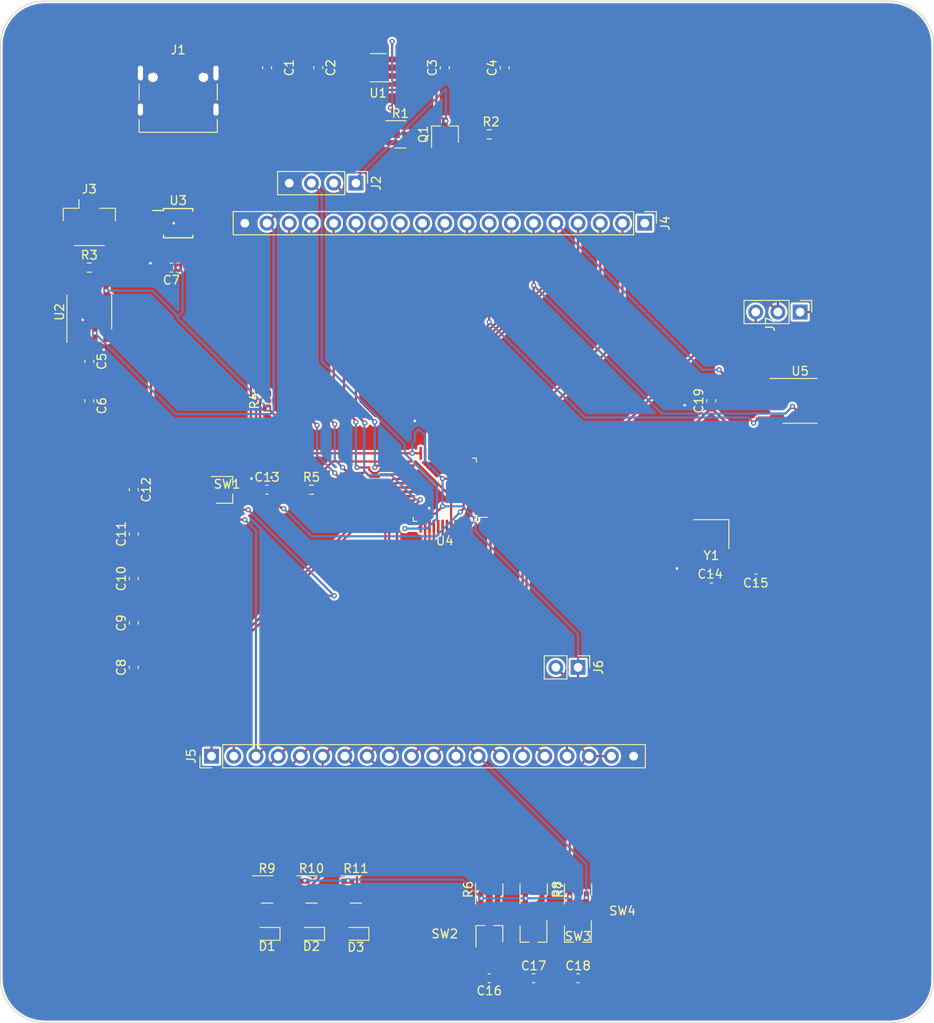
<source format=kicad_pcb>
(kicad_pcb (version 20211014) (generator pcbnew)
  (layers (0 "F.Cu" signal) (31 "B.Cu" signal) (34 "B.Paste" user) (35 "F.Paste" user) (36 "B.SilkS" user "B.Silkscreen") (37 "F.SilkS" user "F.Silkscreen") (38 "B.Mask" user) (39 "F.Mask" user) (44 "Edge.Cuts" user))
  (net 0 "")
  (net 1 "VBUS")
  (net 2 "GND")
  (net 3 "+3V3")
  (net 4 "Net-(C13-Pad1)")
  (net 5 "/STM32_MinimumSystem/OSC_IN")
  (net 6 "/STM32_MinimumSystem/OSC_OUT")
  (net 7 "/STM32_MinimumSystem/PB4")
  (net 8 "/STM32_MinimumSystem/PB8")
  (net 9 "/STM32_MinimumSystem/PB9")
  (net 10 "Net-(D1-Pad2)")
  (net 11 "/STM32_MinimumSystem/PA15")
  (net 12 "Net-(D2-Pad2)")
  (net 13 "/STM32_MinimumSystem/PB3")
  (net 14 "Net-(D3-Pad2)")
  (net 16 "/PORT&POWER/D+")
  (net 17 "/PORT&POWER/D-")
  (net 21 "/PORT&POWER/3v3_Debug")
  (net 22 "/STM32_MinimumSystem/PA13")
  (net 23 "/STM32_MinimumSystem/PA14")
  (net 24 "Net-(J3-Pad1)")
  (net 25 "Net-(J3-Pad2)")
  (net 26 "/STM32_MinimumSystem/PAO")
  (net 27 "/STM32_MinimumSystem/PA1")
  (net 28 "/STM32_MinimumSystem/PA2")
  (net 29 "/STM32_MinimumSystem/PA3")
  (net 30 "/STM32_MinimumSystem/PA4")
  (net 31 "/STM32_MinimumSystem/PA5")
  (net 32 "/STM32_MinimumSystem/PA6")
  (net 33 "/STM32_MinimumSystem/PA7")
  (net 34 "/STM32_MinimumSystem/PB0")
  (net 35 "/STM32_MinimumSystem/PB1")
  (net 36 "/STM32_MinimumSystem/PB2")
  (net 37 "/STM32_MinimumSystem/PB10")
  (net 38 "/STM32_MinimumSystem/PB11")
  (net 39 "/STM32_MinimumSystem/PB12")
  (net 40 "/STM32_MinimumSystem/PB13")
  (net 41 "/STM32_MinimumSystem/PB14")
  (net 42 "/STM32_MinimumSystem/PB15")
  (net 43 "/STM32_MinimumSystem/PA8")
  (net 44 "/STM32_MinimumSystem/PA9")
  (net 45 "/STM32_MinimumSystem/PA10")
  (net 46 "/STM32_MinimumSystem/PA11")
  (net 47 "/STM32_MinimumSystem/PA12")
  (net 48 "/STM32_MinimumSystem/PB5")
  (net 49 "/STM32_MinimumSystem/PB6")
  (net 50 "/STM32_MinimumSystem/PB7")
  (net 51 "/STM32_MinimumSystem/PC13")
  (net 52 "/STM32_MinimumSystem/PC14")
  (net 53 "/STM32_MinimumSystem/PC15")
  (net 54 "/STM32_MinimumSystem/BOOT0")
  (net 55 "Net-(J7-Pad1)")
  (net 56 "/STM32_MinimumSystem/PA0")
  (net 57 "Net-(J7-Pad3)")
  (net 58 "Net-(Q1-Pad2)")
  (net 59 "/STM32_MinimumSystem/BOOTO")
  (footprint "Package_SO:SOIC-8_3.9x4.9mm_P1.27mm" (layer "F.Cu") (at 106.68 55.88 90)
    (fp_text reference "U2")
    (fp_text value "TJA1051T-3")
  )
  (footprint "Capacitor_SMD:C_0603_1608Metric" (layer "F.Cu") (at 111.76 91.44 90)
    (fp_text reference "C9")
    (fp_text value "100n")
  )
  (footprint "Resistor_SMD:R_0603_1608Metric" (layer "F.Cu") (at 106.68 50.8)
    (fp_text reference "R3")
    (fp_text value "120")
  )
  (footprint "Package_TO_SOT_SMD:SOT-23-5_HandSoldering" (layer "F.Cu") (at 139.7 27.94 180)
    (fp_text reference "U1")
    (fp_text value "HX9193")
  )
  (footprint "LED_SMD:LED_0603_1608Metric" (layer "F.Cu") (at 132.08 127 180)
    (fp_text reference "D2")
    (fp_text value "GREEN")
  )
  (footprint "Capacitor_SMD:C_0603_1608Metric" (layer "F.Cu") (at 177.8 86.36 180)
    (fp_text reference "C14")
    (fp_text value "18p")
  )
  (footprint "Capacitor_SMD:C_0603_1608Metric" (layer "F.Cu") (at 147.32 27.94 90)
    (fp_text reference "C3")
    (fp_text value "10u")
  )
  (footprint "Package_TO_SOT_SMD:TSOT-23" (layer "F.Cu") (at 157.48 127 -90)
    (fp_text reference "SW3")
    (fp_text value "SW_Push")
  )
  (footprint "Connector_USB:USB_C_Receptacle_Palconn_UTC16-G" (layer "F.Cu") (at 116.84 30.48)
    (fp_text reference "J1")
    (fp_text value "USB_C_Receptacle_USB2.0")
  )
  (footprint "Resistor_SMD:R_0603_1608Metric" (layer "F.Cu") (at 127 66.04 90)
    (fp_text reference "R4")
    (fp_text value "10k")
  )
  (footprint "Package_TO_SOT_SMD:SOT-23" (layer "F.Cu") (at 132.08 121.92)
    (fp_text reference "R10")
    (fp_text value "1K")
  )
  (footprint "Capacitor_SMD:C_0603_1608Metric" (layer "F.Cu") (at 154.165 27.94 90)
    (fp_text reference "C4")
    (fp_text value "100n")
  )
  (footprint "Package_TO_SOT_SMD:SOT-23" (layer "F.Cu") (at 142.24 35.56)
    (fp_text reference "R1")
    (fp_text value "1K")
  )
  (footprint "Capacitor_SMD:C_0603_1608Metric" (layer "F.Cu") (at 111.76 81.28 90)
    (fp_text reference "C11")
    (fp_text value "100n")
  )
  (footprint "Connector_PinHeader_2.54mm:PinHeader_1x04_P2.54mm_Vertical" (layer "F.Cu") (at 137.16 41.14 -90)
    (fp_text reference "J2")
    (fp_text value "Conn_01x04")
  )
  (footprint "Crystal:Crystal_SMD_3225-4Pin_3.2x2.5mm" (layer "F.Cu") (at 177.8 81.28 180)
    (fp_text reference "Y1")
    (fp_text value "12M")
  )
  (footprint "LED_SMD:LED_0603_1608Metric" (layer "F.Cu") (at 137.16 127 180)
    (fp_text reference "D3")
    (fp_text value "BLUE")
  )
  (footprint "Capacitor_SMD:C_0603_1608Metric" (layer "F.Cu") (at 152.4 132.08 180)
    (fp_text reference "C16")
    (fp_text value "100n")
  )
  (footprint "Package_QFP:LQFP-48_7x7mm_P0.5mm" (layer "F.Cu") (at 147.32 76.2 180)
    (fp_text reference "U4")
    (fp_text value "STM32F103C8Tx")
  )
  (footprint "Capacitor_SMD:C_0603_1608Metric" (layer "F.Cu") (at 157.48 132.08)
    (fp_text reference "C17")
    (fp_text value "100n")
  )
  (footprint "Capacitor_SMD:C_0603_1608Metric" (layer "F.Cu") (at 127 76.2)
    (fp_text reference "C13")
    (fp_text value "100n")
  )
  (footprint "Capacitor_SMD:C_0603_1608Metric" (layer "F.Cu") (at 132.855 27.94 -90)
    (fp_text reference "C2")
    (fp_text value "100n")
  )
  (footprint "Capacitor_SMD:C_0603_1608Metric" (layer "F.Cu") (at 111.76 96.52 90)
    (fp_text reference "C8")
    (fp_text value "100n")
  )
  (footprint "Capacitor_SMD:C_0603_1608Metric" (layer "F.Cu") (at 106.68 61.52232 -90)
    (fp_text reference "C5")
    (fp_text value "100n")
  )
  (footprint "Package_TO_SOT_SMD:TSOT-23" (layer "F.Cu") (at 147.32 35.56 90)
    (fp_text reference "Q1")
    (fp_text value "Q_PMOS_DGS")
  )
  (footprint "Connector_PinHeader_2.54mm:PinHeader_1x02_P2.54mm_Vertical" (layer "F.Cu") (at 162.56 96.52 -90)
    (fp_text reference "J6")
    (fp_text value "Conn_01x02")
  )
  (footprint "Package_TO_SOT_SMD:TSOT-23" (layer "F.Cu") (at 162.56 127 -90)
    (fp_text reference "SW4")
    (fp_text value "SW_Push")
  )
  (footprint "Package_TO_SOT_SMD:TSOT-23" (layer "F.Cu") (at 122.134 76.2)
    (fp_text reference "SW1")
    (fp_text value "SW_Push")
  )
  (footprint "Package_TO_SOT_SMD:TSOT-23" (layer "F.Cu") (at 152.4 127 90)
    (fp_text reference "SW2")
    (fp_text value "SW_Push")
  )
  (footprint "Capacitor_SMD:C_0603_1608Metric" (layer "F.Cu") (at 111.76 76.2 -90)
    (fp_text reference "C12")
    (fp_text value "100n")
  )
  (footprint "Package_SO:MSOP-10_3x3mm_P0.5mm" (layer "F.Cu") (at 116.84 45.72)
    (fp_text reference "U3")
    (fp_text value "CH340E")
  )
  (footprint "Connector_JST:JST_GH_SM02B-GHS-TB_1x02-1MP_P1.25mm_Horizontal" (layer "F.Cu") (at 106.68 45.72)
    (fp_text reference "J3")
    (fp_text value "Conn_01x02")
  )
  (footprint "Connector_PinHeader_2.54mm:PinHeader_1x03_P2.54mm_Vertical" (layer "F.Cu") (at 187.945 55.88 -90)
    (fp_text reference "J7")
    (fp_text value "Conn_01x03")
  )
  (footprint "Connector_PinHeader_2.54mm:PinHeader_1x20_P2.54mm_Vertical" (layer "F.Cu") (at 120.655 106.68 90)
    (fp_text reference "J5")
    (fp_text value "Conn_01x20")
  )
  (footprint "Capacitor_SMD:C_0603_1608Metric" (layer "F.Cu") (at 111.76 86.36 90)
    (fp_text reference "C10")
    (fp_text value "100n")
  )
  (footprint "Package_TO_SOT_SMD:SOT-23" (layer "F.Cu") (at 157.48 121.92 90)
    (fp_text reference "R7")
    (fp_text value "1K")
  )
  (footprint "Capacitor_SMD:C_0603_1608Metric" (layer "F.Cu") (at 127 27.94 -90)
    (fp_text reference "C1")
    (fp_text value "10u")
  )
  (footprint "Package_SO:SOP-8_3.9x4.9mm_P1.27mm" (layer "F.Cu") (at 187.945 66.04)
    (fp_text reference "U5")
    (fp_text value "AD8400ARZ50")
  )
  (footprint "Package_TO_SOT_SMD:SOT-23" (layer "F.Cu") (at 152.4 121.92 90)
    (fp_text reference "R6")
    (fp_text value "1K")
  )
  (footprint "Capacitor_SMD:C_0603_1608Metric" (layer "F.Cu") (at 162.56 132.08)
    (fp_text reference "C18")
    (fp_text value "100n")
  )
  (footprint "Capacitor_SMD:C_0603_1608Metric" (layer "F.Cu") (at 182.88 86.36)
    (fp_text reference "C15")
    (fp_text value "18p")
  )
  (footprint "Capacitor_SMD:C_0603_1608Metric" (layer "F.Cu") (at 177.785 66.04 90)
    (fp_text reference "C19")
    (fp_text value "100n")
  )
  (footprint "Resistor_SMD:R_0603_1608Metric" (layer "F.Cu") (at 132.08 76.2)
    (fp_text reference "R5")
    (fp_text value "10k")
  )
  (footprint "Capacitor_SMD:C_0603_1608Metric" (layer "F.Cu") (at 106.68 66.04 -90)
    (fp_text reference "C6")
    (fp_text value "100n")
  )
  (footprint "Capacitor_SMD:C_0603_1608Metric" (layer "F.Cu") (at 116.065 50.8 180)
    (fp_text reference "C7")
    (fp_text value "100n")
  )
  (footprint "Package_TO_SOT_SMD:SOT-23" (layer "F.Cu") (at 127 121.92)
    (fp_text reference "R9")
    (fp_text value "1K")
  )
  (footprint "Resistor_SMD:R_0603_1608Metric" (layer "F.Cu") (at 152.4 35.56)
    (fp_text reference "R2")
    (fp_text value "10K")
  )
  (footprint "Package_TO_SOT_SMD:SOT-23" (layer "F.Cu") (at 162.56 121.92 90)
    (fp_text reference "R8")
    (fp_text value "1K")
  )
  (footprint "Package_TO_SOT_SMD:SOT-23" (layer "F.Cu") (at 137.16 121.92)
    (fp_text reference "R11")
    (fp_text value "1K")
  )
  (footprint "LED_SMD:LED_0603_1608Metric" (layer "F.Cu") (at 127 127 180)
    (fp_text reference "D1")
    (fp_text value "RED")
  )
  (footprint "Connector_PinHeader_2.54mm:PinHeader_1x19_P2.54mm_Vertical" (layer "F.Cu") (at 170.18 45.72 -90)
    (fp_text reference "J4")
    (fp_text value "Conn_01x19")
  )
  (gr_arc (start 101.6 137.16) (mid 98.007898 135.672102) (end 96.52 132.08) (layer "Edge.Cuts") (width 0.1))
  (gr_line (start 203.2 25.4) (end 203.2 132.08) (layer "Edge.Cuts") (width 0.1))
  (gr_line (start 101.6 20.32) (end 198.12 20.32) (layer "Edge.Cuts") (width 0.1))
  (gr_arc (start 96.52 25.4) (mid 98.007898 21.807898) (end 101.6 20.32) (layer "Edge.Cuts") (width 0.1))
  (gr_arc (start 198.12 20.32) (mid 201.712102 21.807898) (end 203.2 25.4) (layer "Edge.Cuts") (width 0.1))
  (gr_arc (start 203.2 132.08) (mid 201.8437 135.623865) (end 198.374 137.16) (layer "Edge.Cuts") (width 0.1))
  (gr_line (start 198.374 137.16) (end 101.6 137.16) (layer "Edge.Cuts") (width 0.1))
  (gr_line (start 96.52 132.08) (end 96.52 25.4) (layer "Edge.Cuts") (width 0.1))
  (segment (start 114.44 27.14) (end 114.44 27.97) (width 0.25) (layer "F.Cu") (net 1))
  (segment (start 119.24 27.14) (end 117.5 25.4) (width 0.25) (layer "F.Cu") (net 1))
  (segment (start 107.315 60.325) (end 106.68 60.96) (width 0.25) (layer "F.Cu") (net 1))
  (segment (start 107.315 58.293) (end 107.315 57.978249) (width 0.25) (layer "F.Cu") (net 1))
  (segment (start 107.315 58.355) (end 107.315 60.325) (width 0.25) (layer "F.Cu") (net 1))
  (segment (start 107.315 58.355) (end 107.315 58.293) (width 0.25) (layer "F.Cu") (net 1))
  (segment (start 119.24 27.97) (end 119.24 27.14) (width 0.25) (layer "F.Cu") (net 1))
  (segment (start 139.37 27.64) (end 140.02 26.99) (width 0.25) (layer "F.Cu") (net 1))
  (segment (start 127 45.72) (end 130.715 42.005) (width 0.25) (layer "F.Cu") (net 1))
  (segment (start 116.18 25.4) (end 114.44 27.14) (width 0.25) (layer "F.Cu") (net 1))
  (segment (start 139.945 27.065) (end 139.945 28.59) (width 0.25) (layer "F.Cu") (net 1))
  (segment (start 119.315 27.065) (end 119.24 27.14) (width 0.25) (layer "F.Cu") (net 1))
  (segment (start 136.948299 34.61) (end 141.3025 34.61) (width 0.25) (layer "F.Cu") (net 1))
  (segment (start 106.68 60.96) (end 106.68 60.74732) (width 0.25) (layer "F.Cu") (net 1))
  (segment (start 133.33 27.64) (end 139.37 27.64) (width 0.25) (layer "F.Cu") (net 1))
  (segment (start 140.245 28.89) (end 141.05 28.89) (width 0.25) (layer "F.Cu") (net 1))
  (segment (start 141.3025 26.7375) (end 141.05 26.99) (width 0.25) (layer "F.Cu") (net 1))
  (segment (start 117.5 25.4) (end 116.18 25.4) (width 0.25) (layer "F.Cu") (net 1))
  (segment (start 139.945 28.59) (end 140.245 28.89) (width 0.25) (layer "F.Cu") (net 1))
  (segment (start 130.715 42.005) (end 130.715 40.843299) (width 0.25) (layer "F.Cu") (net 1))
  (segment (start 140.02 26.99) (end 141.05 26.99) (width 0.25) (layer "F.Cu") (net 1))
  (segment (start 141.3025 24.9405) (end 141.3025 26.7375) (width 0.25) (layer "F.Cu") (net 1))
  (segment (start 126.9 27.065) (end 119.315 27.065) (width 0.25) (layer "F.Cu") (net 1))
  (segment (start 127 27.165) (end 132.855 27.165) (width 0.25) (layer "F.Cu") (net 1))
  (segment (start 127 27.165) (end 126.9 27.065) (width 0.25) (layer "F.Cu") (net 1))
  (segment (start 140.02 26.99) (end 139.945 27.065) (width 0.25) (layer "F.Cu") (net 1))
  (segment (start 141.3025 32.7175) (end 141.3025 34.61) (width 0.25) (layer "F.Cu") (net 1))
  (segment (start 141.097 32.512) (end 141.3025 32.7175) (width 0.25) (layer "F.Cu") (net 1))
  (segment (start 130.715 40.843299) (end 136.948299 34.61) (width 0.25) (layer "F.Cu") (net 1))
  (segment (start 132.855 27.165) (end 133.33 27.64) (width 0.25) (layer "F.Cu") (net 1))
  (via (at 107.315 58.293) (size 0.6) (drill 0.3) (layers "F.Cu" "B.Cu") (net 1))
  (via (at 141.097 32.512) (size 0.6) (drill 0.3) (layers "F.Cu" "B.Cu") (net 1))
  (via (at 141.3025 24.9405) (size 0.6) (drill 0.3) (layers "F.Cu" "B.Cu") (net 1))
  (segment (start 127.752 46.472) (end 127 45.72) (width 0.25) (layer "B.Cu") (net 1))
  (segment (start 127.752 67.187884) (end 127.752 46.472) (width 0.25) (layer "B.Cu") (net 1))
  (segment (start 141.097 32.512) (end 141.3025 32.3065) (width 0.25) (layer "B.Cu") (net 1))
  (segment (start 127.385884 67.554) (end 127.752 67.187884) (width 0.25) (layer "B.Cu") (net 1))
  (segment (start 107.315 58.293) (end 116.576 67.554) (width 0.25) (layer "B.Cu") (net 1))
  (segment (start 116.576 67.554) (end 127.385884 67.554) (width 0.25) (layer "B.Cu") (net 1))
  (segment (start 141.3025 32.3065) (end 141.3025 24.9405) (width 0.25) (layer "B.Cu") (net 1))
  (segment (start 126.835 28.55) (end 127 28.715) (width 0.25) (layer "F.Cu") (net 2))
  (segment (start 143.1575 78.45) (end 145.4175 78.45) (width 0.25) (layer "F.Cu") (net 2))
  (segment (start 145.4175 78.45) (end 145.542 78.3255) (width 0.25) (layer "F.Cu") (net 2))
  (segment (start 114.64 45.72) (end 116.332 45.72) (width 0.25) (layer "F.Cu") (net 2))
  (via (at 174.752 66.548) (size 0.6) (drill 0.3) (layers "F.Cu" "B.Cu") (net 2))
  (via (at 113.665 50.292) (size 0.6) (drill 0.3) (layers "F.Cu" "B.Cu") (net 2))
  (via (at 125.222 74.93) (size 0.6) (drill 0.3) (layers "F.Cu" "B.Cu") (net 2))
  (via (at 105.918 56.769) (size 0.6) (drill 0.3) (layers "F.Cu" "B.Cu") (net 2))
  (via (at 116.332 45.72) (size 0.6) (drill 0.3) (layers "F.Cu" "B.Cu") (net 2))
  (via (at 108.331 60.198) (size 0.6) (drill 0.3) (layers "F.Cu" "B.Cu") (net 2))
  (via (at 173.863 85.217) (size 0.6) (drill 0.3) (layers "F.Cu" "B.Cu") (net 2))
  (via (at 127.508 74.803) (size 0.6) (drill 0.3) (layers "F.Cu" "B.Cu") (net 2))
  (via (at 145.542 78.3255) (size 0.6) (drill 0.3) (layers "F.Cu" "B.Cu") (net 2))
  (via (at 143.891 68.326) (size 0.6) (drill 0.3) (layers "F.Cu" "B.Cu") (net 2))
  (segment (start 112.255 97.79) (end 111.76 97.295) (width 0.25) (layer "F.Cu") (net 3))
  (segment (start 113.157 84.328) (end 113.157 87.503) (width 0.25) (layer "F.Cu") (net 3))
  (segment (start 144.57 72.0375) (end 143.6085 72.0375) (width 0.25) (layer "F.Cu") (net 3))
  (segment (start 112.382 82.055) (end 111.76 82.055) (width 0.25) (layer "F.Cu") (net 3))
  (segment (start 150.07 80.3625) (end 150.83975 79.59275) (width 0.25) (layer "F.Cu") (net 3))
  (segment (start 113.157 88.532) (end 113.157 92.837) (width 0.25) (layer "F.Cu") (net 3))
  (segment (start 139.94 30.48) (end 138.35 28.89) (width 0.25) (layer "F.Cu") (net 3))
  (segment (start 162.56 105.405) (end 162.56 96.52) (width 0.25) (layer "F.Cu") (net 3))
  (segment (start 111.76 87.135) (end 113.157 88.532) (width 0.25) (layer "F.Cu") (net 3))
  (segment (start 118.04 44.72) (end 118.015 44.745) (width 0.25) (layer "F.Cu") (net 3))
  (segment (start 111.76 75.425) (end 113.157 76.822) (width 0.25) (layer "F.Cu") (net 3))
  (segment (start 119.04 43.52) (end 119.04 44.72) (width 0.25) (layer "F.Cu") (net 3))
  (segment (start 118.015 44.745) (end 118.015 46.195) (width 0.25) (layer "F.Cu") (net 3))
  (segment (start 113.157 81.28) (end 112.382 82.055) (width 0.25) (layer "F.Cu") (net 3))
  (segment (start 166.375 106.68) (end 163.835 106.68) (width 0.25) (layer "F.Cu") (net 3))
  (segment (start 118.015 46.195) (end 118.04 46.22) (width 0.25) (layer "F.Cu") (net 3))
  (segment (start 190.796751 66.675) (end 190.57 66.675) (width 0.25) (layer "F.Cu") (net 3))
  (segment (start 127 35.56) (end 119.04 43.52) (width 0.25) (layer "F.Cu") (net 3))
  (segment (start 111.76 82.931) (end 113.157 84.328) (width 0.25) (layer "F.Cu") (net 3))
  (segment (start 135.9885 72.0375) (end 132.2355 72.0375) (width 0.25) (layer "F.Cu") (net 3))
  (segment (start 106.69 57.333249) (end 108.143249 55.88) (width 0.25) (layer "F.Cu") (net 3))
  (segment (start 180.693 69.723) (end 192.517 69.723) (width 0.25) (layer "F.Cu") (net 3))
  (segment (start 154.165 28.715) (end 147.32 28.715) (width 0.25) (layer "F.Cu") (net 3))
  (segment (start 119.04 44.72) (end 118.04 44.72) (width 0.25) (layer "F.Cu") (net 3))
  (segment (start 113.157 92.837) (end 112.382 92.837) (width 0.25) (layer "F.Cu") (net 3))
  (segment (start 138.35 28.89) (end 131.68 35.56) (width 0.25) (layer "F.Cu") (net 3))
  (segment (start 112.382 92.837) (end 111.76 92.215) (width 0.25) (layer "F.Cu") (net 3))
  (segment (start 141.8305 72.0375) (end 135.9885 72.0375) (width 0.25) (layer "F.Cu") (net 3))
  (segment (start 111.76 92.215) (end 111.76 93.853) (width 0.25) (layer "F.Cu") (net 3))
  (segment (start 146.37 29.665) (end 146.37 36.87) (width 0.25) (layer "F.Cu") (net 3))
  (segment (start 118.04 46.22) (end 119.04 46.22) (width 0.25) (layer "F.Cu") (net 3))
  (segment (start 163.835 106.68) (end 162.56 105.405) (width 0.25) (layer "F.Cu") (net 3))
  (segment (start 105.88 64.465) (end 105.88 60.294503) (width 0.25) (layer "F.Cu") (net 3))
  (segment (start 111.06 55.88) (end 108.616 53.436) (width 0.25) (layer "F.Cu") (net 3))
  (segment (start 126.0625 120.97) (end 131.1425 120.97) (width 0.25) (layer "F.Cu") (net 3))
  (segment (start 106.69 59.484503) (end 106.69 57.333249) (width 0.25) (layer "F.Cu") (net 3))
  (segment (start 142.24 30.48) (end 139.94 30.48) (width 0.25) (layer "F.Cu") (net 3))
  (segment (start 111.76 93.853) (end 113.284 95.377) (width 0.25) (layer "F.Cu") (net 3))
  (segment (start 147.086 74.95) (end 147.066 74.93) (width 0.25) (layer "F.Cu") (net 3))
  (segment (start 106.68 65.265) (end 111.76 70.345) (width 0.25) (layer "F.Cu") (net 3))
  (segment (start 108.143249 55.88) (end 111.06 55.88) (width 0.25) (layer "F.Cu") (net 3))
  (segment (start 143.355 29.365) (end 142.24 30.48) (width 0.25) (layer "F.Cu") (net 3))
  (segment (start 146.67 29.365) (end 143.355 29.365) (width 0.25) (layer "F.Cu") (net 3))
  (segment (start 113.284 95.377) (end 113.284 97.79) (width 0.25) (layer "F.Cu") (net 3))
  (segment (start 146.221 78.95) (end 143.1575 78.95) (width 0.25) (layer "F.Cu") (net 3))
  (segment (start 120.04 46.22) (end 120.065 46.245) (width 0.25) (layer "F.Cu") (net 3))
  (segment (start 113.157 87.503) (end 112.128 87.503) (width 0.25) (layer "F.Cu") (net 3))
  (segment (start 120.065 46.245) (end 120.065 47.575) (width 0.25) (layer "F.Cu") (net 3))
  (segment (start 119.04 46.22) (end 120.04 46.22) (width 0.25) (layer "F.Cu") (net 3))
  (segment (start 147.32 28.715) (end 146.67 29.365) (width 0.25) (layer "F.Cu") (net 3))
  (segment (start 111.76 70.345) (end 111.76 75.425) (width 0.25) (layer "F.Cu") (net 3))
  (segment (start 131.68 35.56) (end 127 35.56) (width 0.25) (layer "F.Cu") (net 3))
  (segment (start 150.83975 79.59275) (end 151.4825 78.95) (width 0.25) (layer "F.Cu") (net 3))
  (segment (start 177.785 66.815) (end 180.693 69.723) (width 0.25) (layer "F.Cu") (net 3))
  (segment (start 161.61 108.905) (end 163.835 106.68) (width 0.25) (layer "F.Cu") (net 3))
  (segment (start 108.616 53.436) (end 108.585 53.405) (width 0.25) (layer "F.Cu") (net 3))
  (segment (start 192.517 68.395249) (end 190.796751 66.675) (width 0.25) (layer "F.Cu") (net 3))
  (segment (start 151.4825 74.95) (end 147.086 74.95) (width 0.25) (layer "F.Cu") (net 3))
  (segment (start 105.88 60.294503) (end 106.69 59.484503) (width 0.25) (layer "F.Cu") (net 3))
  (segment (start 143.6085 72.0375) (end 141.8305 72.0375) (width 0.25) (layer "F.Cu") (net 3))
  (segment (start 161.61 122.743) (end 161.61 108.905) (width 0.25) (layer "F.Cu") (net 3))
  (segment (start 161.61 122.8575) (end 161.61 122.743) (width 0.25) (layer "F.Cu") (net 3))
  (segment (start 169.65 74.95) (end 151.4825 74.95) (width 0.25) (layer "F.Cu") (net 3))
  (segment (start 106.68 65.265) (end 105.88 64.465) (width 0.25) (layer "F.Cu") (net 3))
  (segment (start 132.2355 72.0375) (end 127.127 66.929) (width 0.25) (layer "F.Cu") (net 3))
  (segment (start 147.32 28.715) (end 146.37 29.665) (width 0.25) (layer "F.Cu") (net 3))
  (segment (start 111.76 82.055) (end 111.76 82.931) (width 0.25) (layer "F.Cu") (net 3))
  (segment (start 120.065 47.575) (end 116.84 50.8) (width 0.25) (layer "F.Cu") (net 3))
  (segment (start 113.157 76.822) (end 113.157 81.28) (width 0.25) (layer "F.Cu") (net 3))
  (segment (start 147.066 78.105) (end 146.221 78.95) (width 0.25) (layer "F.Cu") (net 3))
  (segment (start 177.785 66.815) (end 169.65 74.95) (width 0.25) (layer "F.Cu") (net 3))
  (segment (start 113.284 97.79) (end 112.255 97.79) (width 0.25) (layer "F.Cu") (net 3))
  (segment (start 112.128 87.503) (end 111.76 87.135) (width 0.25) (layer "F.Cu") (net 3))
  (segment (start 192.517 69.723) (end 192.517 68.395249) (width 0.25) (layer "F.Cu") (net 3))
  (via (at 151.511 122.936) (size 0.6) (drill 0.3) (layers "F.Cu" "B.Cu") (net 3))
  (via (at 116.84 50.8) (size 0.6) (drill 0.3) (layers "F.Cu" "B.Cu") (net 3))
  (via (at 156.591 122.936) (size 0.6) (drill 0.3) (layers "F.Cu" "B.Cu") (net 3))
  (via (at 136.271 120.904) (size 0.6) (drill 0.3) (layers "F.Cu" "B.Cu") (net 3))
  (via (at 147.066 74.93) (size 0.6) (drill 0.3) (layers "F.Cu" "B.Cu") (net 3))
  (via (at 108.616 53.436) (size 0.6) (drill 0.3) (layers "F.Cu" "B.Cu") (net 3))
  (via (at 147.066 78.105) (size 0.6) (drill 0.3) (layers "F.Cu" "B.Cu") (net 3))
  (via (at 131.318 120.904) (size 0.6) (drill 0.3) (layers "F.Cu" "B.Cu") (net 3))
  (via (at 150.83975 79.59275) (size 0.6) (drill 0.3) (layers "F.Cu" "B.Cu") (net 3))
  (via (at 127.127 66.929) (size 0.6) (drill 0.3) (layers "F.Cu" "B.Cu") (net 3))
  (via (at 161.61 122.743) (size 0.6) (drill 0.3) (layers "F.Cu" "B.Cu") (net 3))
  (via (at 143.6085 72.0375) (size 0.6) (drill 0.3) (layers "F.Cu" "B.Cu") (net 3))
  (segment (start 162.56 96.52) (end 162.56 92.71) (width 0.25) (layer "B.Cu") (net 3))
  (segment (start 113.898 53.436) (end 116.713 56.251) (width 0.25) (layer "B.Cu") (net 3))
  (segment (start 151.511 122.936) (end 149.352 120.777) (width 0.25) (layer "B.Cu") (net 3))
  (segment (start 145.034 72.898) (end 147.066 74.93) (width 0.25) (layer "B.Cu") (net 3))
  (segment (start 149.352 78.105) (end 147.066 78.105) (width 0.25) (layer "B.Cu") (net 3))
  (segment (start 144.018 69.596) (end 144.272 69.342) (width 0.25) (layer "B.Cu") (net 3))
  (segment (start 136.398 120.777) (end 136.271 120.904) (width 0.25) (layer "B.Cu") (net 3))
  (segment (start 162.56 92.71) (end 150.83975 80.98975) (width 0.25) (layer "B.Cu") (net 3))
  (segment (start 117.338 51.298) (end 117.338 55.884884) (width 0.25) (layer "B.Cu") (net 3))
  (segment (start 143.891 70.612) (end 143.891 69.723) (width 0.25) (layer "B.Cu") (net 3))
  (segment (start 144.399 69.342) (end 145.034 69.977) (width 0.25) (layer "B.Cu") (net 3))
  (segment (start 108.616 53.436) (end 113.898 53.436) (width 0.25) (layer "B.Cu") (net 3))
  (segment (start 144.272 69.342) (end 144.399 69.342) (width 0.25) (layer "B.Cu") (net 3))
  (segment (start 143.891 69.723) (end 144.018 69.596) (width 0.25) (layer "B.Cu") (net 3))
  (segment (start 136.271 120.904) (end 131.318 120.904) (width 0.25) (layer "B.Cu") (net 3))
  (segment (start 150.83975 80.98975) (end 150.83975 79.59275) (width 0.25) (layer "B.Cu") (net 3))
  (segment (start 151.511 122.936) (end 156.591 122.936) (width 0.25) (layer "B.Cu") (net 3))
  (segment (start 116.971884 56.251) (end 116.713 56.251) (width 0.25) (layer "B.Cu") (net 3))
  (segment (start 161.61 122.743) (end 161.417 122.936) (width 0.25) (layer "B.Cu") (net 3))
  (segment (start 117.338 55.884884) (end 116.971884 56.251) (width 0.25) (layer "B.Cu") (net 3))
  (segment (start 116.84 50.8) (end 117.338 51.298) (width 0.25) (layer "B.Cu") (net 3))
  (segment (start 145.034 69.977) (end 145.034 72.898) (width 0.25) (layer "B.Cu") (net 3))
  (segment (start 127.127 66.929) (end 116.713 56.515) (width 0.25) (layer "B.Cu") (net 3))
  (segment (start 143.891 70.612) (end 143.6085 70.8945) (width 0.25) (layer "B.Cu") (net 3))
  (segment (start 149.352 120.777) (end 136.398 120.777) (width 0.25) (layer "B.Cu") (net 3))
  (segment (start 143.6085 70.8945) (end 143.6085 72.0375) (width 0.25) (layer "B.Cu") (net 3))
  (segment (start 161.417 122.936) (end 156.591 122.936) (width 0.25) (layer "B.Cu") (net 3))
  (segment (start 116.713 56.515) (end 116.713 56.251) (width 0.25) (layer "B.Cu") (net 3))
  (segment (start 147.066 78.105) (end 147.066 74.93) (width 0.25) (layer "B.Cu") (net 3))
  (segment (start 150.83975 79.59275) (end 149.352 78.105) (width 0.25) (layer "B.Cu") (net 3))
  (segment (start 128.905 78.359) (end 128.681183 78.359) (width 0.25) (layer "F.Cu") (net 4))
  (segment (start 125.275 77.15) (end 126.225 76.2) (width 0.25) (layer "F.Cu") (net 4))
  (segment (start 126.522183 76.2) (end 126.225 76.2) (width 0.25) (layer "F.Cu") (net 4))
  (segment (start 126.2 66.015) (end 127 65.215) (width 0.25) (layer "F.Cu") (net 4))
  (segment (start 126.2 76.175) (end 126.2 66.015) (width 0.25) (layer "F.Cu") (net 4))
  (segment (start 128.681183 78.359) (end 126.522183 76.2) (width 0.25) (layer "F.Cu") (net 4))
  (segment (start 149.479 78.359) (end 149.479 75.946) (width 0.25) (layer "F.Cu") (net 4))
  (segment (start 149.479 75.946) (end 151.4785 75.946) (width 0.25) (layer "F.Cu") (net 4))
  (segment (start 126.225 76.2) (end 126.2 76.175) (width 0.25) (layer "F.Cu") (net 4))
  (segment (start 120.61 77.15) (end 125.275 77.15) (width 0.25) (layer "F.Cu") (net 4))
  (segment (start 149.479 78.359) (end 149.098 78.74) (width 0.25) (layer "F.Cu") (net 4))
  (segment (start 151.4785 75.946) (end 151.4825 75.95) (width 0.25) (layer "F.Cu") (net 4))
  (via (at 149.098 78.74) (size 0.6) (drill 0.3) (layers "F.Cu" "B.Cu") (net 4))
  (via (at 128.905 78.359) (size 0.6) (drill 0.3) (layers "F.Cu" "B.Cu") (net 4))
  (segment (start 132.07 81.524) (end 128.905 78.359) (width 0.25) (layer "B.Cu") (net 4))
  (segment (start 149.098 78.74) (end 146.304 81.534) (width 0.25) (layer "B.Cu") (net 4))
  (segment (start 146.304 81.534) (end 132.08 81.534) (width 0.25) (layer "B.Cu") (net 4))
  (segment (start 176.7 82.13) (end 158.080188 82.13) (width 0.25) (layer "F.Cu") (net 5))
  (segment (start 177.025 86.36) (end 176.7 86.035) (width 0.25) (layer "F.Cu") (net 5))
  (segment (start 151.4945 76.962) (end 151.4825 76.95) (width 0.25) (layer "F.Cu") (net 5))
  (segment (start 152.4 76.962) (end 151.4945 76.962) (width 0.25) (layer "F.Cu") (net 5))
  (segment (start 152.4 77) (end 152.438 77) (width 0.25) (layer "F.Cu") (net 5))
  (segment (start 152.4 76.962) (end 152.438 77) (width 0.25) (layer "F.Cu") (net 5))
  (segment (start 152.950188 77) (end 152.577396 77) (width 0.25) (layer "F.Cu") (net 5))
  (segment (start 158.080188 82.13) (end 152.950188 77) (width 0.25) (layer "F.Cu") (net 5))
  (segment (start 176.7 86.035) (end 176.7 82.13) (width 0.25) (layer "F.Cu") (net 5))
  (segment (start 179 80.43) (end 178.9 80.43) (width 0.25) (layer "F.Cu") (net 6))
  (segment (start 182.105 86.36) (end 182.105 83.535) (width 0.25) (layer "F.Cu") (net 6))
  (segment (start 174.92 76.45) (end 178.9 80.43) (width 0.25) (layer "F.Cu") (net 6))
  (segment (start 182.105 83.535) (end 179 80.43) (width 0.25) (layer "F.Cu") (net 6))
  (segment (start 151.4825 76.45) (end 174.92 76.45) (width 0.25) (layer "F.Cu") (net 6))
  (segment (start 153.67 122.5375) (end 153.35 122.8575) (width 0.25) (layer "F.Cu") (net 7))
  (segment (start 146.07 99.045) (end 138.435 106.68) (width 0.25) (layer "F.Cu") (net 7))
  (segment (start 138.435 106.68) (end 149.865 118.11) (width 0.25) (layer "F.Cu") (net 7))
  (segment (start 153.35 128.31) (end 153.35 131.905) (width 0.25) (layer "F.Cu") (net 7))
  (segment (start 149.865 118.11) (end 153.543 118.11) (width 0.25) (layer "F.Cu") (net 7))
  (segment (start 153.35 131.905) (end 153.175 132.08) (width 0.25) (layer "F.Cu") (net 7))
  (segment (start 153.543 118.11) (end 153.67 118.237) (width 0.25) (layer "F.Cu") (net 7))
  (segment (start 153.67 118.237) (end 153.67 122.5375) (width 0.25) (layer "F.Cu") (net 7))
  (segment (start 146.07 80.3625) (end 146.07 99.045) (width 0.25) (layer "F.Cu") (net 7))
  (segment (start 153.35 128.31) (end 153.35 122.8575) (width 0.25) (layer "F.Cu") (net 7))
  (segment (start 158.43 116.515) (end 148.595 106.68) (width 0.25) (layer "F.Cu") (net 8))
  (segment (start 156.53 125.69) (end 156.53 131.905) (width 0.25) (layer "F.Cu") (net 8))
  (segment (start 158.43 122.8575) (end 158.43 116.515) (width 0.25) (layer "F.Cu") (net 8))
  (segment (start 158.43 122.8575) (end 156.53 124.7575) (width 0.25) (layer "F.Cu") (net 8))
  (segment (start 148.57 80.3625) (end 148.595 80.3875) (width 0.25) (layer "F.Cu") (net 8))
  (segment (start 156.53 124.7575) (end 156.53 125.69) (width 0.25) (layer "F.Cu") (net 8))
  (segment (start 148.595 80.3875) (end 148.595 106.68) (width 0.25) (layer "F.Cu") (net 8))
  (segment (start 156.53 131.905) (end 156.705 132.08) (width 0.25) (layer "F.Cu") (net 8))
  (segment (start 161.785 132.22) (end 161.61 132.395) (width 0.25) (layer "F.Cu") (net 9))
  (segment (start 161.61 125.69) (end 161.61 132.395) (width 0.25) (layer "F.Cu") (net 9))
  (segment (start 161.785 132.08) (end 161.785 132.22) (width 0.25) (layer "F.Cu") (net 9))
  (segment (start 163.51 122.8575) (end 161.61 124.7575) (width 0.25) (layer "F.Cu") (net 9))
  (segment (start 161.61 124.7575) (end 161.61 125.69) (width 0.25) (layer "F.Cu") (net 9))
  (segment (start 149.07 104.615) (end 151.135 106.68) (width 0.25) (layer "F.Cu") (net 9))
  (segment (start 149.07 80.3625) (end 149.07 104.615) (width 0.25) (layer "F.Cu") (net 9))
  (via (at 163.51 122.8575) (size 0.6) (drill 0.3) (layers "F.Cu" "B.Cu") (net 9))
  (segment (start 163.51 122.8575) (end 163.51 119.055) (width 0.25) (layer "B.Cu") (net 9))
  (segment (start 163.51 119.055) (end 151.135 106.68) (width 0.25) (layer "B.Cu") (net 9))
  (segment (start 126.0625 126.85) (end 126.2125 127) (width 0.25) (layer "F.Cu") (net 10))
  (segment (start 126.0625 122.87) (end 126.0625 126.85) (width 0.25) (layer "F.Cu") (net 10))
  (segment (start 133.355 120.173249) (end 133.355 106.68) (width 0.25) (layer "F.Cu") (net 11))
  (segment (start 145.07 94.965) (end 133.355 106.68) (width 0.25) (layer "F.Cu") (net 11))
  (segment (start 131.955 121.573249) (end 133.355 120.173249) (width 0.25) (layer "F.Cu") (net 11))
  (segment (start 132.8675 127) (end 132.8675 123.179251) (width 0.25) (layer "F.Cu") (net 11))
  (segment (start 145.07 80.3625) (end 145.07 94.965) (width 0.25) (layer "F.Cu") (net 11))
  (segment (start 132.8675 123.179251) (end 131.955 122.266751) (width 0.25) (layer "F.Cu") (net 11))
  (segment (start 131.955 122.266751) (end 131.955 121.573249) (width 0.25) (layer "F.Cu") (net 11))
  (segment (start 131.1425 122.87) (end 131.1425 126.85) (width 0.25) (layer "F.Cu") (net 12))
  (segment (start 131.1425 126.85) (end 131.2925 127) (width 0.25) (layer "F.Cu") (net 12))
  (segment (start 137.9475 123.179251) (end 137.033 122.264751) (width 0.25) (layer "F.Cu") (net 13))
  (segment (start 137.033 122.264751) (end 137.033 121.568751) (width 0.25) (layer "F.Cu") (net 13))
  (segment (start 145.57 97.005) (end 135.895 106.68) (width 0.25) (layer "F.Cu") (net 13))
  (segment (start 137.9475 127) (end 137.9475 123.179251) (width 0.25) (layer "F.Cu") (net 13))
  (segment (start 137.285 108.07) (end 135.895 106.68) (width 0.25) (layer "F.Cu") (net 13))
  (segment (start 145.57 80.3625) (end 145.57 97.005) (width 0.25) (layer "F.Cu") (net 13))
  (segment (start 137.285 121.316751) (end 137.285 108.07) (width 0.25) (layer "F.Cu") (net 13))
  (segment (start 137.033 121.568751) (end 137.285 121.316751) (width 0.25) (layer "F.Cu") (net 13))
  (segment (start 136.2225 126.85) (end 136.3725 127) (width 0.25) (layer "F.Cu") (net 14))
  (segment (start 136.2225 122.87) (end 136.2225 126.85) (width 0.25) (layer "F.Cu") (net 14))
  (segment (start 117.59 39.636) (end 116.967 40.259) (width 0.2) (layer "F.Cu") (net 16))
  (segment (start 117.59 27.97) (end 117.59 39.636) (width 0.2) (layer "F.Cu") (net 16))
  (segment (start 116.967 40.259) (end 116.967 40.132) (width 0.2) (layer "F.Cu") (net 16))
  (segment (start 114.64 44.72) (end 116.967 42.393) (width 0.2) (layer "F.Cu") (net 16))
  (segment (start 116.967 40.132) (end 116.59 39.755) (width 0.2) (layer "F.Cu") (net 16))
  (segment (start 116.59 39.755) (end 116.59 27.97) (width 0.2) (layer "F.Cu") (net 16))
  (segment (start 116.967 42.393) (end 116.967 40.259) (width 0.2) (layer "F.Cu") (net 16))
  (segment (start 116.09 41.82) (end 114.603 43.307) (width 0.2) (layer "F.Cu") (net 17))
  (segment (start 116.09 27.293) (end 116.09 27.97) (width 0.2) (layer "F.Cu") (net 17))
  (segment (start 116.09 27.97) (end 116.09 41.82) (width 0.2) (layer "F.Cu") (net 17))
  (segment (start 117.09 27.97) (end 117.09 27.14) (width 0.2) (layer "F.Cu") (net 17))
  (segment (start 117.09 27.14) (end 117.04 27.09) (width 0.2) (layer "F.Cu") (net 17))
  (segment (start 113.157 45.212) (end 113.215 45.27) (width 0.2) (layer "F.Cu") (net 17))
  (segment (start 113.157 43.307) (end 113.157 45.212) (width 0.2) (layer "F.Cu") (net 17))
  (segment (start 114.603 43.307) (end 113.157 43.307) (width 0.2) (layer "F.Cu") (net 17))
  (segment (start 117.04 27.09) (end 116.293 27.09) (width 0.2) (layer "F.Cu") (net 17))
  (segment (start 116.293 27.09) (end 116.09 27.293) (width 0.2) (layer "F.Cu") (net 17))
  (segment (start 113.215 45.27) (end 114.3 45.27) (width 0.2) (layer "F.Cu") (net 17))
  (via (at 147.447 34.036) (size 0.6) (drill 0.3) (layers "F.Cu" "B.Cu") (net 21))
  (segment (start 137.16 40.64) (end 147.447 30.353) (width 0.25) (layer "B.Cu") (net 21))
  (segment (start 137.16 41.14) (end 137.16 40.64) (width 0.25) (layer "B.Cu") (net 21))
  (segment (start 147.447 30.353) (end 147.447 34.036) (width 0.25) (layer "B.Cu") (net 21))
  (segment (start 135.795 61.182) (end 135.795 42.315) (width 0.25) (layer "F.Cu") (net 22))
  (segment (start 135.795 42.315) (end 134.62 41.14) (width 0.25) (layer "F.Cu") (net 22))
  (segment (start 135.795 66.204116) (end 138.109942 68.519058) (width 0.25) (layer "F.Cu") (net 22))
  (segment (start 144.526 77.384685) (end 144.526 77.343) (width 0.25) (layer "F.Cu") (net 22))
  (segment (start 143.1575 77.95) (end 143.960685 77.95) (width 0.25) (layer "F.Cu") (net 22))
  (segment (start 135.795 61.182) (end 135.795 66.204116) (width 0.25) (layer "F.Cu") (net 22))
  (segment (start 143.960685 77.95) (end 144.526 77.384685) (width 0.25) (layer "F.Cu") (net 22))
  (via (at 144.526 77.343) (size 0.6) (drill 0.3) (layers "F.Cu" "B.Cu") (net 22))
  (via (at 138.176 68.58) (size 0.6) (drill 0.3) (layers "F.Cu" "B.Cu") (net 22))
  (segment (start 138.557 74.549) (end 138.109942 74.101942) (width 0.25) (layer "B.Cu") (net 22))
  (segment (start 141.224 74.549) (end 138.557 74.549) (width 0.25) (layer "B.Cu") (net 22))
  (segment (start 144.018 77.343) (end 141.224 74.549) (width 0.25) (layer "B.Cu") (net 22))
  (segment (start 138.109942 74.101942) (end 138.109942 68.519058) (width 0.25) (layer "B.Cu") (net 22))
  (segment (start 144.526 77.343) (end 144.018 77.343) (width 0.25) (layer "B.Cu") (net 22))
  (segment (start 144.2875 80.645) (end 144.57 80.3625) (width 0.25) (layer "F.Cu") (net 23))
  (segment (start 144.2875 80.645) (end 142.748 80.645) (width 0.25) (layer "F.Cu") (net 23))
  (via (at 142.748 80.645) (size 0.6) (drill 0.3) (layers "F.Cu" "B.Cu") (net 23))
  (segment (start 142.748 70.998116) (end 142.748 72.060884) (width 0.25) (layer "B.Cu") (net 23))
  (segment (start 142.748 72.060884) (end 146.431 75.743884) (width 0.25) (layer "B.Cu") (net 23))
  (segment (start 146.431 79.502) (end 145.288 80.645) (width 0.25) (layer "B.Cu") (net 23))
  (segment (start 132.08 41.14) (end 133.255 42.315) (width 0.25) (layer "B.Cu") (net 23))
  (segment (start 133.255 61.505116) (end 142.748 70.998116) (width 0.25) (layer "B.Cu") (net 23))
  (segment (start 145.288 80.645) (end 142.748 80.645) (width 0.25) (layer "B.Cu") (net 23))
  (segment (start 146.431 75.743884) (end 146.431 79.502) (width 0.25) (layer "B.Cu") (net 23))
  (segment (start 133.255 42.315) (end 133.255 61.505116) (width 0.25) (layer "B.Cu") (net 23))
  (segment (start 105.855 50.8) (end 105.855 53.215) (width 0.25) (layer "F.Cu") (net 24))
  (segment (start 106.055 43.87) (end 106.055 50.6) (width 0.25) (layer "F.Cu") (net 24))
  (segment (start 105.855 53.215) (end 106.045 53.405) (width 0.25) (layer "F.Cu") (net 24))
  (segment (start 106.055 50.6) (end 105.855 50.8) (width 0.25) (layer "F.Cu") (net 24))
  (segment (start 107.505 53.215) (end 107.505 50.8) (width 0.25) (layer "F.Cu") (net 25))
  (segment (start 107.315 53.405) (end 107.505 53.215) (width 0.25) (layer "F.Cu") (net 25))
  (segment (start 107.305 50.6) (end 107.505 50.8) (width 0.25) (layer "F.Cu") (net 25))
  (segment (start 107.305 43.87) (end 107.305 50.6) (width 0.25) (layer "F.Cu") (net 25))
  (segment (start 167.64 58.595685) (end 152.285685 73.95) (width 0.25) (layer "F.Cu") (net 27))
  (segment (start 167.64 45.72) (end 167.64 58.595685) (width 0.25) (layer "F.Cu") (net 27))
  (segment (start 152.285685 73.95) (end 151.4825 73.95) (width 0.25) (layer "F.Cu") (net 27))
  (segment (start 165.1 45.72) (end 165.1 59.8325) (width 0.25) (layer "F.Cu") (net 28))
  (segment (start 165.1 59.8325) (end 151.4825 73.45) (width 0.25) (layer "F.Cu") (net 28))
  (segment (start 150.07 72.0375) (end 150.07 62.147) (width 0.25) (layer "F.Cu") (net 29))
  (segment (start 162.56 49.657) (end 162.56 45.72) (width 0.25) (layer "F.Cu") (net 29))
  (segment (start 150.07 62.147) (end 162.56 49.657) (width 0.25) (layer "F.Cu") (net 29))
  (segment (start 182.88 66.675) (end 178.689 62.484) (width 0.25) (layer "F.Cu") (net 30))
  (segment (start 160.02 50.546) (end 160.02 45.72) (width 0.25) (layer "F.Cu") (net 30))
  (segment (start 160.527302 51.053302) (end 160.02 50.546) (width 0.25) (layer "F.Cu") (net 30))
  (segment (start 185.32 66.675) (end 182.88 66.675) (width 0.25) (layer "F.Cu") (net 30))
  (segment (start 149.57 62.010604) (end 160.527302 51.053302) (width 0.25) (layer "F.Cu") (net 30))
  (segment (start 149.57 72.0375) (end 149.57 62.010604) (width 0.25) (layer "F.Cu") (net 30))
  (via (at 178.689 62.484) (size 0.6) (drill 0.3) (layers "F.Cu" "B.Cu") (net 30))
  (segment (start 176.784 62.484) (end 160.02 45.72) (width 0.25) (layer "B.Cu") (net 30))
  (segment (start 178.689 62.484) (end 176.784 62.484) (width 0.25) (layer "B.Cu") (net 30))
  (segment (start 149.07 72.0375) (end 149.07 61.874208) (width 0.25) (layer "F.Cu") (net 31))
  (segment (start 187.071 66.675) (end 188.341 67.945) (width 0.25) (layer "F.Cu") (net 31))
  (segment (start 149.07 61.874208) (end 157.48 53.464208) (width 0.25) (layer "F.Cu") (net 31))
  (segment (start 188.341 67.945) (end 190.57 67.945) (width 0.25) (layer "F.Cu") (net 31))
  (segment (start 157.48 52.832) (end 157.48 45.72) (width 0.25) (layer "F.Cu") (net 31))
  (segment (start 157.48 53.464208) (end 157.48 52.832) (width 0.25) (layer "F.Cu") (net 31))
  (via (at 187.071 66.675) (size 0.6) (drill 0.3) (layers "F.Cu" "B.Cu") (net 31))
  (via (at 157.48 52.832) (size 0.6) (drill 0.3) (layers "F.Cu" "B.Cu") (net 31))
  (segment (start 186.251 67.495) (end 187.071 66.675) (width 0.25) (layer "B.Cu") (net 31))
  (segment (start 172.143 67.495) (end 186.251 67.495) (width 0.25) (layer "B.Cu") (net 31))
  (segment (start 157.48 52.832) (end 172.143 67.495) (width 0.25) (layer "B.Cu") (net 31))
  (segment (start 148.57 61.737812) (end 154.94 55.367812) (width 0.25) (layer "F.Cu") (net 32))
  (segment (start 148.57 72.0375) (end 148.57 61.737812) (width 0.25) (layer "F.Cu") (net 32))
  (segment (start 154.94 55.367812) (end 154.94 45.72) (width 0.25) (layer "F.Cu") (net 32))
  (segment (start 182.626 68.58) (end 183.261 67.945) (width 0.25) (layer "F.Cu") (net 33))
  (segment (start 152.524208 57.147208) (end 152.4 57.023) (width 0.25) (layer "F.Cu") (net 33))
  (segment (start 148.07 61.601416) (end 152.524208 57.147208) (width 0.25) (layer "F.Cu") (net 33))
  (segment (start 152.4 57.023) (end 152.4 45.72) (width 0.25) (layer "F.Cu") (net 33))
  (segment (start 183.261 67.945) (end 185.32 67.945) (width 0.25) (layer "F.Cu") (net 33))
  (segment (start 148.07 72.0375) (end 148.07 61.601416) (width 0.25) (layer "F.Cu") (net 33))
  (via (at 152.4 57.023) (size 0.6) (drill 0.3) (layers "F.Cu" "B.Cu") (net 33))
  (via (at 182.626 68.58) (size 0.6) (drill 0.3) (layers "F.Cu" "B.Cu") (net 33))
  (segment (start 163.322 67.945) (end 181.991 67.945) (width 0.25) (layer "B.Cu") (net 33))
  (segment (start 152.4 57.023) (end 163.322 67.945) (width 0.25) (layer "B.Cu") (net 33))
  (segment (start 181.991 67.945) (end 182.626 68.58) (width 0.25) (layer "B.Cu") (net 33))
  (segment (start 149.86 58.801) (end 149.86 45.72) (width 0.25) (layer "F.Cu") (net 34))
  (segment (start 150.04701 58.98801) (end 149.86 58.801) (width 0.25) (layer "F.Cu") (net 34))
  (segment (start 147.57 72.0375) (end 147.57 61.46502) (width 0.25) (layer "F.Cu") (net 34))
  (segment (start 147.57 61.46502) (end 150.04701 58.98801) (width 0.25) (layer "F.Cu") (net 34))
  (segment (start 147.07 72.0375) (end 147.07 45.97) (width 0.25) (layer "F.Cu") (net 35))
  (segment (start 147.07 45.97) (end 147.32 45.72) (width 0.25) (layer "F.Cu") (net 35))
  (segment (start 146.57 51.574) (end 144.78 49.784) (width 0.25) (layer "F.Cu") (net 36))
  (segment (start 146.57 72.0375) (end 146.57 51.574) (width 0.25) (layer "F.Cu") (net 36))
  (segment (start 144.78 49.784) (end 144.78 45.72) (width 0.25) (layer "F.Cu") (net 36))
  (segment (start 146.07 72.0375) (end 146.07 55.392) (width 0.25) (layer "F.Cu") (net 37))
  (segment (start 142.24 51.562) (end 142.24 45.72) (width 0.25) (layer "F.Cu") (net 37))
  (segment (start 146.07 55.392) (end 142.24 51.562) (width 0.25) (layer "F.Cu") (net 37))
  (segment (start 139.7 56.007) (end 139.7 45.72) (width 0.25) (layer "F.Cu") (net 38))
  (segment (start 145.57 72.0375) (end 145.57 61.877) (width 0.25) (layer "F.Cu") (net 38))
  (segment (start 145.57 61.877) (end 139.7 56.007) (width 0.25) (layer "F.Cu") (net 38))
  (segment (start 137.16 45.72) (end 137.16 66.294) (width 0.25) (layer "F.Cu") (net 39))
  (segment (start 143.1575 73.45) (end 139.529 73.45) (width 0.25) (layer "F.Cu") (net 39))
  (segment (start 137.16 66.294) (end 139.319 68.453) (width 0.25) (layer "F.Cu") (net 39))
  (segment (start 139.529 73.45) (end 139.319 73.66) (width 0.25) (layer "F.Cu") (net 39))
  (via (at 139.319 73.66) (size 0.6) (drill 0.3) (layers "F.Cu" "B.Cu") (net 39))
  (via (at 139.319 68.453) (size 0.6) (drill 0.3) (layers "F.Cu" "B.Cu") (net 39))
  (segment (start 139.319 68.453) (end 139.319 73.66) (width 0.25) (layer "B.Cu") (net 39))
  (segment (start 139.912884 73.95) (end 143.1575 73.95) (width 0.25) (layer "F.Cu") (net 40))
  (segment (start 138.684 73.66) (end 138.694 73.67) (width 0.25) (layer "F.Cu") (net 40))
  (segment (start 139.577884 74.285) (end 139.912884 73.95) (width 0.25) (layer "F.Cu") (net 40))
  (segment (start 138.694 73.918884) (end 139.060116 74.285) (width 0.25) (layer "F.Cu") (net 40))
  (segment (start 134.62 45.72) (end 134.62 65.913) (width 0.25) (layer "F.Cu") (net 40))
  (segment (start 134.6835 65.9765) (end 134.8105 65.9765) (width 0.25) (layer "F.Cu") (net 40))
  (segment (start 138.694 73.67) (end 138.694 73.918884) (width 0.25) (layer "F.Cu") (net 40))
  (segment (start 134.8105 65.9765) (end 137.287 68.453) (width 0.25) (layer "F.Cu") (net 40))
  (segment (start 137.287 73.66) (end 138.684 73.66) (width 0.25) (layer "F.Cu") (net 40))
  (segment (start 139.060116 74.285) (end 139.577884 74.285) (width 0.25) (layer "F.Cu") (net 40))
  (via (at 137.16 68.453) (size 0.6) (drill 0.3) (layers "F.Cu" "B.Cu") (net 40))
  (via (at 137.16 68.453) (size 0.6) (drill 0.3) (layers "F.Cu" "B.Cu") (net 40))
  (via (at 137.287 73.66) (size 0.6) (drill 0.3) (layers "F.Cu" "B.Cu") (net 40))
  (segment (start 137.16 73.533) (end 137.287 73.66) (width 0.25) (layer "B.Cu") (net 40))
  (segment (start 137.16 68.58) (end 137.16 73.533) (width 0.25) (layer "B.Cu") (net 40))
  (segment (start 132.08 66.04) (end 134.747 68.707) (width 0.25) (layer "F.Cu") (net 41))
  (segment (start 132.08 45.72) (end 132.08 66.04) (width 0.25) (layer "F.Cu") (net 41))
  (segment (start 136.261 74.285) (end 135.636 73.66) (width 0.25) (layer "F.Cu") (net 41))
  (segment (start 138.176 74.11) (end 138.001 74.285) (width 0.25) (layer "F.Cu") (net 41))
  (segment (start 140.04928 74.45) (end 139.76428 74.735) (width 0.25) (layer "F.Cu") (net 41))
  (segment (start 138.001 74.285) (end 136.261 74.285) (width 0.25) (layer "F.Cu") (net 41))
  (segment (start 138.801 74.735) (end 138.176 74.11) (width 0.25) (layer "F.Cu") (net 41))
  (segment (start 139.76428 74.735) (end 138.801 74.735) (width 0.25) (layer "F.Cu") (net 41))
  (segment (start 143.1575 74.45) (end 140.04928 74.45) (width 0.25) (layer "F.Cu") (net 41))
  (via (at 135.636 73.66) (size 0.6) (drill 0.3) (layers "F.Cu" "B.Cu") (net 41))
  (via (at 134.747 68.707) (size 0.6) (drill 0.3) (layers "F.Cu" "B.Cu") (net 41))
  (segment (start 134.747 68.707) (end 134.747 72.771) (width 0.25) (layer "B.Cu") (net 41))
  (segment (start 134.747 72.771) (end 135.636 73.66) (width 0.25) (layer "B.Cu") (net 41))
  (segment (start 141.427416 74.975) (end 142.793 74.975) (width 0.25) (layer "F.Cu") (net 42))
  (segment (start 129.54 45.72) (end 129.54 65.659) (width 0.25) (layer "F.Cu") (net 42))
  (segment (start 129.54 65.659) (end 132.715 68.834) (width 0.25) (layer "F.Cu") (net 42))
  (segment (start 135.89 75.438) (end 140.964416 75.438) (width 0.25) (layer "F.Cu") (net 42))
  (segment (start 134.737 74.285) (end 135.89 75.438) (width 0.25) (layer "F.Cu") (net 42))
  (segment (start 140.964416 75.438) (end 141.427416 74.975) (width 0.25) (layer "F.Cu") (net 42))
  (via (at 132.715 68.834) (size 0.6) (drill 0.3) (layers "F.Cu" "B.Cu") (net 42))
  (via (at 134.737 74.285) (size 0.6) (drill 0.3) (layers "F.Cu" "B.Cu") (net 42))
  (segment (start 132.715 72.263) (end 134.62 74.168) (width 0.25) (layer "B.Cu") (net 42))
  (segment (start 132.715 68.834) (end 132.715 72.263) (width 0.25) (layer "B.Cu") (net 42))
  (segment (start 134.62 74.168) (end 134.737 74.285) (width 0.25) (layer "B.Cu") (net 42))
  (segment (start 120.655 96.383812) (end 141.588812 75.45) (width 0.25) (layer "F.Cu") (net 43))
  (segment (start 141.588812 75.45) (end 143.1575 75.45) (width 0.25) (layer "F.Cu") (net 43))
  (segment (start 120.655 106.68) (end 120.655 96.383812) (width 0.25) (layer "F.Cu") (net 43))
  (segment (start 141.725208 75.95) (end 143.1575 75.95) (width 0.25) (layer "F.Cu") (net 44))
  (segment (start 125.73 48.768) (end 125.73 59.309) (width 0.25) (layer "F.Cu") (net 44))
  (segment (start 120.04 45.22) (end 120.048 45.212) (width 0.25) (layer "F.Cu") (net 44))
  (segment (start 122.174 45.212) (end 125.73 48.768) (width 0.25) (layer "F.Cu") (net 44))
  (segment (start 125.623 74.041) (end 119.507 74.041) (width 0.25) (layer "F.Cu") (net 44))
  (segment (start 119.04 45.22) (end 120.04 45.22) (width 0.25) (layer "F.Cu") (net 44))
  (segment (start 123.195 94.480208) (end 129.348104 88.327104) (width 0.25) (layer "F.Cu") (net 44))
  (segment (start 123.195 106.68) (end 123.195 94.480208) (width 0.25) (layer "F.Cu") (net 44))
  (segment (start 125.75 73.914) (end 125.623 74.041) (width 0.25) (layer "F.Cu") (net 44))
  (segment (start 120.048 45.212) (end 122.174 45.212) (width 0.25) (layer "F.Cu") (net 44))
  (segment (start 134.682104 88.327104) (end 129.348104 88.327104) (width 0.25) (layer "F.Cu") (net 44))
  (segment (start 119.507 74.041) (end 119.507 78.105) (width 0.25) (layer "F.Cu") (net 44))
  (segment (start 125.75 59.329) (end 125.75 73.914) (width 0.25) (layer "F.Cu") (net 44))
  (segment (start 129.348104 88.327104) (end 141.725208 75.95) (width 0.25) (layer "F.Cu") (net 44))
  (segment (start 134.6835 88.3285) (end 134.682104 88.327104) (width 0.25) (layer "F.Cu") (net 44))
  (segment (start 119.888 78.486) (end 124.841 78.486) (width 0.25) (layer "F.Cu") (net 44))
  (segment (start 119.507 78.105) (end 119.888 78.486) (width 0.25) (layer "F.Cu") (net 44))
  (segment (start 125.73 59.309) (end 125.75 59.329) (width 0.25) (layer "F.Cu") (net 44))
  (via (at 134.6835 88.3285) (size 0.6) (drill 0.3) (layers "F.Cu" "B.Cu") (net 44))
  (via (at 124.841 78.486) (size 0.6) (drill 0.3) (layers "F.Cu" "B.Cu") (net 44))
  (segment (start 134.6835 88.3285) (end 134.747 88.392) (width 0.25) (layer "B.Cu") (net 44))
  (segment (start 124.841 78.486) (end 134.6835 88.3285) (width 0.25) (layer "B.Cu") (net 44))
  (segment (start 118.999 74.041) (end 118.999 78.359) (width 0.25) (layer "F.Cu") (net 45))
  (segment (start 119.634 78.994) (end 120.269 79.629) (width 0.25) (layer "F.Cu") (net 45))
  (segment (start 118.999 73.912604) (end 118.999 74.041) (width 0.25) (layer "F.Cu") (net 45))
  (segment (start 119.320604 73.591) (end 118.999 73.912604) (width 0.25) (layer "F.Cu") (net 45))
  (segment (start 125.735 106.68) (end 140.52 91.895) (width 0.25) (layer "F.Cu") (net 45))
  (segment (start 125.222 73.591) (end 119.320604 73.591) (width 0.25) (layer "F.Cu") (net 45))
  (segment (start 125.157802 57.214198) (end 125.157802 73.591) (width 0.25) (layer "F.Cu") (net 45))
  (segment (start 122.045604 45.72) (end 125.157802 48.832198) (width 0.25) (layer "F.Cu") (net 45))
  (segment (start 140.52 91.895) (end 140.52 77.791604) (width 0.25) (layer "F.Cu") (net 45))
  (segment (start 143.1575 76.45) (end 141.861604 76.45) (width 0.25) (layer "F.Cu") (net 45))
  (segment (start 125.157802 73.591) (end 125.222 73.591) (width 0.25) (layer "F.Cu") (net 45))
  (segment (start 118.999 78.359) (end 119.634 78.994) (width 0.25) (layer "F.Cu") (net 45))
  (segment (start 125.157802 48.832198) (end 125.157802 57.214198) (width 0.25) (layer "F.Cu") (net 45))
  (segment (start 120.269 79.629) (end 124.46 79.629) (width 0.25) (layer "F.Cu") (net 45))
  (segment (start 141.861604 76.45) (end 140.52 77.791604) (width 0.25) (layer "F.Cu") (net 45))
  (segment (start 119.04 45.72) (end 122.045604 45.72) (width 0.25) (layer "F.Cu") (net 45))
  (via (at 124.46 79.629) (size 0.6) (drill 0.3) (layers "F.Cu" "B.Cu") (net 45))
  (segment (start 124.46 79.629) (end 125.735 80.904) (width 0.25) (layer "B.Cu") (net 45))
  (segment (start 125.735 80.904) (end 125.735 106.68) (width 0.25) (layer "B.Cu") (net 45))
  (segment (start 140.97 77.978) (end 141.998 76.95) (width 0.25) (layer "F.Cu") (net 46))
  (segment (start 108.585 58.355) (end 113.734 63.504) (width 0.25) (layer "F.Cu") (net 46))
  (segment (start 119.393556 107.95) (end 127.005 107.95) (width 0.25) (layer "F.Cu") (net 46))
  (segment (start 127.005 107.95) (end 128.275 106.68) (width 0.25) (layer "F.Cu") (net 46))
  (segment (start 113.734 102.290444) (end 119.393556 107.95) (width 0.25) (layer "F.Cu") (net 46))
  (segment (start 141.998 76.95) (end 143.1575 76.95) (width 0.25) (layer "F.Cu") (net 46))
  (segment (start 113.734 63.504) (end 113.734 102.290444) (width 0.25) (layer "F.Cu") (net 46))
  (segment (start 128.275 106.68) (end 140.97 93.985) (width 0.25) (layer "F.Cu") (net 46))
  (segment (start 140.97 93.985) (end 140.97 77.978) (width 0.25) (layer "F.Cu") (net 46))
  (segment (start 141.859 77.851) (end 142.26 77.45) (width 0.25) (layer "F.Cu") (net 47))
  (segment (start 142.26 77.45) (end 143.1575 77.45) (width 0.25) (layer "F.Cu") (net 47))
  (segment (start 130.815 106.68) (end 141.859 95.636) (width 0.25) (layer "F.Cu") (net 47))
  (segment (start 141.859 95.636) (end 141.859 77.851) (width 0.25) (layer "F.Cu") (net 47))
  (segment (start 104.775 93.98) (end 119.253 108.458) (width 0.25) (layer "F.Cu") (net 47))
  (segment (start 119.253 108.458) (end 129.037 108.458) (width 0.25) (layer "F.Cu") (net 47))
  (segment (start 104.775 58.355) (end 104.775 93.98) (width 0.25) (layer "F.Cu") (net 47))
  (segment (start 129.037 108.458) (end 130.815 106.68) (width 0.25) (layer "F.Cu") (net 47))
  (segment (start 146.57 101.085) (end 140.975 106.68) (width 0.25) (layer "F.Cu") (net 48))
  (segment (start 146.57 80.3625) (end 146.57 101.085) (width 0.25) (layer "F.Cu") (net 48))
  (segment (start 147.07 103.125) (end 143.515 106.68) (width 0.25) (layer "F.Cu") (net 49))
  (segment (start 147.07 80.3625) (end 147.07 103.125) (width 0.25) (layer "F.Cu") (net 49))
  (segment (start 147.57 105.165) (end 146.055 106.68) (width 0.25) (layer "F.Cu") (net 50))
  (segment (start 147.57 80.3625) (end 147.57 105.165) (width 0.25) (layer "F.Cu") (net 50))
  (segment (start 152.491 78.45) (end 151.4825 78.45) (width 0.25) (layer "F.Cu") (net 51))
  (segment (start 152.527 78.641315) (end 152.527 78.486) (width 0.25) (layer "F.Cu") (net 51))
  (segment (start 152.545 78.659315) (end 152.527 78.641315) (width 0.25) (layer "F.Cu") (net 51))
  (segment (start 153.675 106.68) (end 152.545 105.55) (width 0.25) (layer "F.Cu") (net 51))
  (segment (start 152.527 78.486) (end 152.491 78.45) (width 0.25) (layer "F.Cu") (net 51))
  (segment (start 152.545 105.55) (end 152.545 78.659315) (width 0.25) (layer "F.Cu") (net 51))
  (segment (start 152.627396 77.95) (end 156.215 81.537604) (width 0.25) (layer "F.Cu") (net 52))
  (segment (start 151.4825 77.95) (end 152.627396 77.95) (width 0.25) (layer "F.Cu") (net 52))
  (segment (start 156.215 81.537604) (end 156.215 106.68) (width 0.25) (layer "F.Cu") (net 52))
  (segment (start 158.755 106.68) (end 156.665 104.59) (width 0.25) (layer "F.Cu") (net 53))
  (segment (start 156.665 81.351208) (end 152.763792 77.45) (width 0.25) (layer "F.Cu") (net 53))
  (segment (start 156.665 104.59) (end 156.665 81.351208) (width 0.25) (layer "F.Cu") (net 53))
  (segment (start 152.763792 77.45) (end 151.4825 77.45) (width 0.25) (layer "F.Cu") (net 53))
  (segment (start 160.02 96.52) (end 161.295 97.795) (width 0.25) (layer "F.Cu") (net 54))
  (segment (start 161.295 97.795) (end 161.295 106.68) (width 0.25) (layer "F.Cu") (net 54))
  (segment (start 190.358 55.88) (end 190.57 56.092) (width 0.25) (layer "F.Cu") (net 55))
  (segment (start 187.945 55.88) (end 190.358 55.88) (width 0.25) (layer "F.Cu") (net 55))
  (segment (start 190.57 56.092) (end 190.57 64.135) (width 0.25) (layer "F.Cu") (net 55))
  (segment (start 191.755 52.959) (end 195.057 56.261) (width 0.25) (layer "F.Cu") (net 56))
  (segment (start 195.057 65.405) (end 190.57 65.405) (width 0.25) (layer "F.Cu") (net 56))
  (segment (start 185.405 55.88) (end 183.754 54.229) (width 0.25) (layer "F.Cu") (net 56))
  (segment (start 183.754 53.721) (end 183.362299 53.721) (width 0.25) (layer "F.Cu") (net 56))
  (segment (start 185.659 52.959) (end 191.755 52.959) (width 0.25) (layer "F.Cu") (net 56))
  (segment (start 185.405 55.88) (end 185.405 53.213) (width 0.25) (layer "F.Cu") (net 56))
  (segment (start 185.405 53.213) (end 185.659 52.959) (width 0.25) (layer "F.Cu") (net 56))
  (segment (start 183.754 54.229) (end 183.754 53.721) (width 0.25) (layer "F.Cu") (net 56))
  (segment (start 182.88 53.721) (end 162.151 74.45) (width 0.25) (layer "F.Cu") (net 56))
  (segment (start 162.151 74.45) (end 151.4825 74.45) (width 0.25) (layer "F.Cu") (net 56))
  (segment (start 195.057 56.261) (end 195.057 65.405) (width 0.25) (layer "F.Cu") (net 56))
  (segment (start 183.377299 53.721) (end 182.88 53.721) (width 0.25) (layer "F.Cu") (net 56))
  (segment (start 182.865 61.68) (end 185.32 64.135) (width 0.25) (layer "F.Cu") (net 57))
  (segment (start 182.865 55.88) (end 182.865 61.68) (width 0.25) (layer "F.Cu") (net 57))
  (segment (start 151.575 35.56) (end 150.265 36.87) (width 0.25) (layer "F.Cu") (net 58))
  (segment (start 142.5975 37.805) (end 141.3025 36.51) (width 0.25) (layer "F.Cu") (net 58))
  (segment (start 150.265 36.87) (end 148.27 36.87) (width 0.25) (layer "F.Cu") (net 58))
  (segment (start 148.27 36.87) (end 147.335 37.805) (width 0.25) (layer "F.Cu") (net 58))
  (segment (start 147.335 37.805) (end 142.5975 37.805) (width 0.25) (layer "F.Cu") (net 58))
  (segment (start 134.48 72.975) (end 143.985685 72.975) (width 0.25) (layer "F.Cu") (net 59))
  (segment (start 143.985685 72.975) (end 148.045 77.034315) (width 0.25) (layer "F.Cu") (net 59))
  (segment (start 131.255 76.2) (end 134.48 72.975) (width 0.25) (layer "F.Cu") (net 59))
  (segment (start 148.045 77.034315) (end 148.045 80.518) (width 0.25) (layer "F.Cu") (net 59))
  (zone (net 2) (net_name "GND") (layers F&B.Cu) (connect_pads yes (clearance 0.254)) (min_thickness 0.254) (fill yes (thermal_gap 0.508) (thermal_bridge_width 0.508))
    (polygon (pts (xy 203.2 137.16) (xy 96.647 137.16) (xy 96.52 20.32) (xy 203.2 20.193)))
  )
)
</source>
